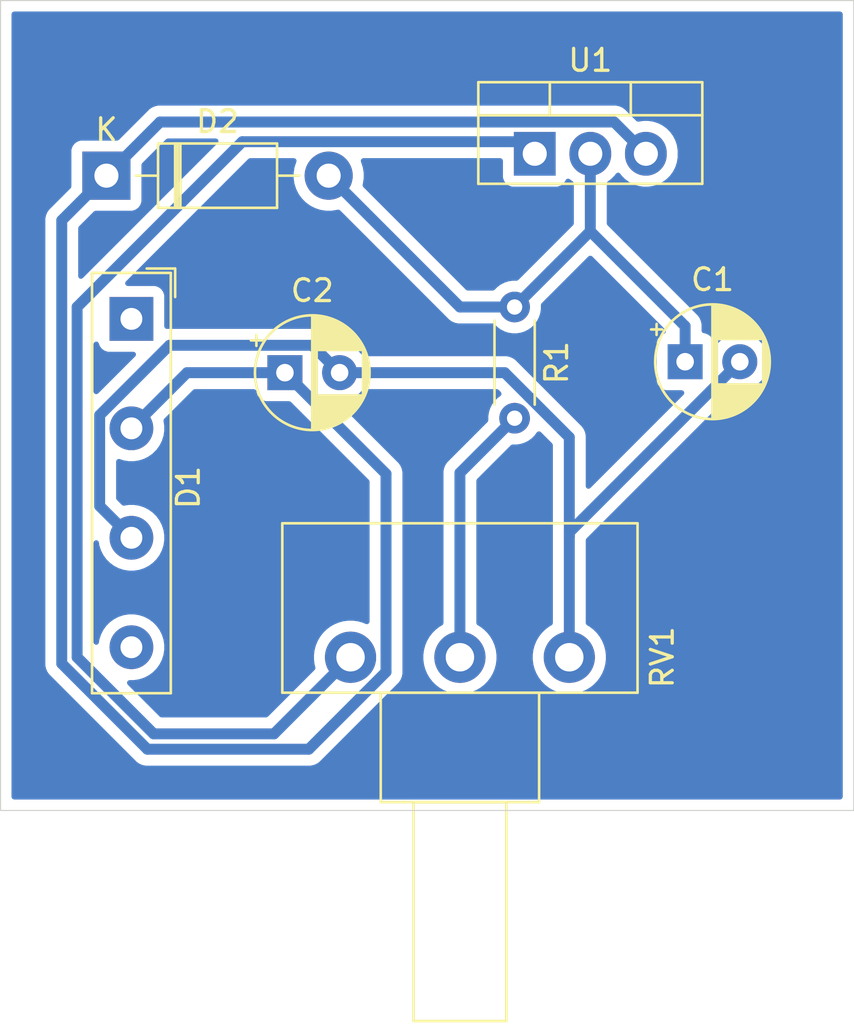
<source format=kicad_pcb>
(kicad_pcb (version 20241229) (generator "pcbnew") (generator_version "9.0")
  (layers (0 "F.Cu" signal) (2 "B.Cu" signal) (13 "F.Paste" user) (15 "B.Paste" user) (5 "F.SilkS" user "F.Silkscreen") (7 "B.SilkS" user "B.Silkscreen") (1 "F.Mask" user) (3 "B.Mask" user) (25 "Edge.Cuts" user))
  (net 0 "")
  (net 1 "Net-(D2-A)")
  (net 2 "Net-(C1-Pad2)")
  (net 3 "Net-(D2-K)")
  (net 6 "Net-(R1-Pad2)")
  (net 7 "Net-(U1-ADJ)")
  (footprint "Package_TO_SOT_THT:TO-220-3_Vertical" (layer "F.Cu") (at 127.92 81.5)
    (property "Reference" "U1" (at 2.54 -4.27 0) (layer "F.SilkS"))
    (property "Value" "LM317_TO-220")
    (fp_line (start -2.58 -3.27) (end -2.58 1.371) (stroke (width 0.12)) (layer "F.SilkS"))
    (fp_line (start -2.58 -3.27) (end 7.66 -3.27) (stroke (width 0.12)) (layer "F.SilkS"))
    (fp_line (start -2.58 -1.76) (end 7.66 -1.76) (stroke (width 0.12)) (layer "F.SilkS"))
    (fp_line (start -2.58 1.371) (end 7.66 1.371) (stroke (width 0.12)) (layer "F.SilkS"))
    (fp_line (start 0.69 -3.27) (end 0.69 -1.76) (stroke (width 0.12)) (layer "F.SilkS"))
    (fp_line (start 4.391 -3.27) (end 4.391 -1.76) (stroke (width 0.12)) (layer "F.SilkS"))
    (fp_line (start 7.66 -3.27) (end 7.66 1.371) (stroke (width 0.12)) (layer "F.SilkS"))
    (pad "1" thru_hole rect (at 0 0) (size 1.905 2) (drill 1.1) (layers "*.Cu" "*.Mask") (net 7 "Net-(U1-ADJ)"))
    (pad "2" thru_hole oval (at 2.54 0) (size 1.905 2) (drill 1.1) (layers "*.Cu" "*.Mask") (net 1 "Net-(D2-A)"))
    (pad "3" thru_hole oval (at 5.08 0) (size 1.905 2) (drill 1.1) (layers "*.Cu" "*.Mask") (net 3 "Net-(D2-K)"))
  )
  (footprint "Potentiometer_THT:Potentiometer_Piher_T-16H_Single_Horizontal" (layer "F.Cu") (at 119.5 104.5 -90)
    (property "Reference" "RV1" (at 0 -14.25 90) (layer "F.SilkS"))
    (property "Value" "R_Potentiometer")
    (fp_line (start -6.12 3.12) (end 1.62 3.12) (stroke (width 0.12)) (layer "F.SilkS"))
    (fp_line (start 1.62 -1.38) (end 6.62 -1.38) (stroke (width 0.12)) (layer "F.SilkS"))
    (fp_line (start 6.62 -2.88) (end 16.62 -2.88) (stroke (width 0.12)) (layer "F.SilkS"))
    (fp_line (start 6.62 -7.12) (end 6.62 -2.88) (stroke (width 0.12)) (layer "F.SilkS"))
    (fp_line (start 6.62 -7.12) (end 16.62 -7.12) (stroke (width 0.12)) (layer "F.SilkS"))
    (fp_line (start 16.62 -7.12) (end 16.62 -2.88) (stroke (width 0.12)) (layer "F.SilkS"))
    (fp_line (start 1.62 -8.62) (end 1.62 -1.38) (stroke (width 0.12)) (layer "F.SilkS"))
    (fp_line (start 1.62 -8.62) (end 6.62 -8.62) (stroke (width 0.12)) (layer "F.SilkS"))
    (fp_line (start 6.62 -8.62) (end 6.62 -1.38) (stroke (width 0.12)) (layer "F.SilkS"))
    (fp_line (start -6.12 -13.12) (end -6.12 3.12) (stroke (width 0.12)) (layer "F.SilkS"))
    (fp_line (start -6.12 -13.12) (end 1.62 -13.12) (stroke (width 0.12)) (layer "F.SilkS"))
    (fp_line (start 1.62 -13.12) (end 1.62 3.12) (stroke (width 0.12)) (layer "F.SilkS"))
    (pad "1" thru_hole circle (at 0 0 270) (size 2.34 2.34) (drill 1.3) (layers "*.Cu" "*.Mask") (net 7 "Net-(U1-ADJ)"))
    (pad "2" thru_hole circle (at 0 -5 270) (size 2.34 2.34) (drill 1.3) (layers "*.Cu" "*.Mask") (net 6 "Net-(R1-Pad2)"))
    (pad "3" thru_hole circle (at 0 -10 270) (size 2.34 2.34) (drill 1.3) (layers "*.Cu" "*.Mask") (net 2 "Net-(C1-Pad2)"))
  )
  (footprint "Diode_THT:D_DO-41_SOD81_P10.16mm_Horizontal" (layer "F.Cu") (at 108.34 82.5)
    (property "Reference" "D2" (at 5.08 -2.47 0) (layer "F.SilkS"))
    (property "Value" "SB130")
    (fp_line (start 1.34 0) (end 2.36 0) (stroke (width 0.12)) (layer "F.SilkS"))
    (fp_line (start 2.36 -1.47) (end 2.36 1.47) (stroke (width 0.12)) (layer "F.SilkS"))
    (fp_line (start 2.36 1.47) (end 7.8 1.47) (stroke (width 0.12)) (layer "F.SilkS"))
    (fp_line (start 3.14 -1.47) (end 3.14 1.47) (stroke (width 0.12)) (layer "F.SilkS"))
    (fp_line (start 3.26 -1.47) (end 3.26 1.47) (stroke (width 0.12)) (layer "F.SilkS"))
    (fp_line (start 3.38 -1.47) (end 3.38 1.47) (stroke (width 0.12)) (layer "F.SilkS"))
    (fp_line (start 7.8 -1.47) (end 2.36 -1.47) (stroke (width 0.12)) (layer "F.SilkS"))
    (fp_line (start 7.8 1.47) (end 7.8 -1.47) (stroke (width 0.12)) (layer "F.SilkS"))
    (fp_line (start 8.82 0) (end 7.8 0) (stroke (width 0.12)) (layer "F.SilkS"))
    (fp_text user "K" (at 0 -2.1 0) (layer "F.SilkS"))
    (pad "1" thru_hole rect (at 0 0) (size 2.2 2.2) (drill 1.1) (layers "*.Cu" "*.Mask") (net 3 "Net-(D2-K)"))
    (pad "2" thru_hole oval (at 10.16 0) (size 2.2 2.2) (drill 1.1) (layers "*.Cu" "*.Mask") (net 1 "Net-(D2-A)"))
  )
  (footprint "Capacitor_THT:CP_Radial_D5.0mm_P2.50mm" (layer "F.Cu") (at 134.794888 91)
    (property "Reference" "C1" (at 1.25 -3.75 0) (layer "F.SilkS"))
    (property "Value" "C_Polarized")
    (fp_line (start -1.554775 -1.475) (end -1.054775 -1.475) (stroke (width 0.12)) (layer "F.SilkS"))
    (fp_line (start -1.304775 -1.725) (end -1.304775 -1.225) (stroke (width 0.12)) (layer "F.SilkS"))
    (fp_line (start 1.25 -2.58) (end 1.25 2.58) (stroke (width 0.12)) (layer "F.SilkS"))
    (fp_line (start 1.29 -2.58) (end 1.29 2.58) (stroke (width 0.12)) (layer "F.SilkS"))
    (fp_line (start 1.33 -2.579) (end 1.33 2.579) (stroke (width 0.12)) (layer "F.SilkS"))
    (fp_line (start 1.37 -2.578) (end 1.37 2.578) (stroke (width 0.12)) (layer "F.SilkS"))
    (fp_line (start 1.41 -2.576) (end 1.41 2.576) (stroke (width 0.12)) (layer "F.SilkS"))
    (fp_line (start 1.45 -2.573) (end 1.45 2.573) (stroke (width 0.12)) (layer "F.SilkS"))
    (fp_line (start 1.49 -2.569) (end 1.49 -1.04) (stroke (width 0.12)) (layer "F.SilkS"))
    (fp_line (start 1.49 1.04) (end 1.49 2.569) (stroke (width 0.12)) (layer "F.SilkS"))
    (fp_line (start 1.53 -2.565) (end 1.53 -1.04) (stroke (width 0.12)) (layer "F.SilkS"))
    (fp_line (start 1.53 1.04) (end 1.53 2.565) (stroke (width 0.12)) (layer "F.SilkS"))
    (fp_line (start 1.57 -2.561) (end 1.57 -1.04) (stroke (width 0.12)) (layer "F.SilkS"))
    (fp_line (start 1.57 1.04) (end 1.57 2.561) (stroke (width 0.12)) (layer "F.SilkS"))
    (fp_line (start 1.61 -2.556) (end 1.61 -1.04) (stroke (width 0.12)) (layer "F.SilkS"))
    (fp_line (start 1.61 1.04) (end 1.61 2.556) (stroke (width 0.12)) (layer "F.SilkS"))
    (fp_line (start 1.65 -2.55) (end 1.65 -1.04) (stroke (width 0.12)) (layer "F.SilkS"))
    (fp_line (start 1.65 1.04) (end 1.65 2.55) (stroke (width 0.12)) (layer "F.SilkS"))
    (fp_line (start 1.69 -2.543) (end 1.69 -1.04) (stroke (width 0.12)) (layer "F.SilkS"))
    (fp_line (start 1.69 1.04) (end 1.69 2.543) (stroke (width 0.12)) (layer "F.SilkS"))
    (fp_line (start 1.73 -2.536) (end 1.73 -1.04) (stroke (width 0.12)) (layer "F.SilkS"))
    (fp_line (start 1.73 1.04) (end 1.73 2.536) (stroke (width 0.12)) (layer "F.SilkS"))
    (fp_line (start 1.77 -2.528) (end 1.77 -1.04) (stroke (width 0.12)) (layer "F.SilkS"))
    (fp_line (start 1.77 1.04) (end 1.77 2.528) (stroke (width 0.12)) (layer "F.SilkS"))
    (fp_line (start 1.81 -2.52) (end 1.81 -1.04) (stroke (width 0.12)) (layer "F.SilkS"))
    (fp_line (start 1.81 1.04) (end 1.81 2.52) (stroke (width 0.12)) (layer "F.SilkS"))
    (fp_line (start 1.85 -2.511) (end 1.85 -1.04) (stroke (width 0.12)) (layer "F.SilkS"))
    (fp_line (start 1.85 1.04) (end 1.85 2.511) (stroke (width 0.12)) (layer "F.SilkS"))
    (fp_line (start 1.89 -2.501) (end 1.89 -1.04) (stroke (width 0.12)) (layer "F.SilkS"))
    (fp_line (start 1.89 1.04) (end 1.89 2.501) (stroke (width 0.12)) (layer "F.SilkS"))
    (fp_line (start 1.93 -2.491) (end 1.93 -1.04) (stroke (width 0.12)) (layer "F.SilkS"))
    (fp_line (start 1.93 1.04) (end 1.93 2.491) (stroke (width 0.12)) (layer "F.SilkS"))
    (fp_line (start 1.971 -2.48) (end 1.971 -1.04) (stroke (width 0.12)) (layer "F.SilkS"))
    (fp_line (start 1.971 1.04) (end 1.971 2.48) (stroke (width 0.12)) (layer "F.SilkS"))
    (fp_line (start 2.011 -2.468) (end 2.011 -1.04) (stroke (width 0.12)) (layer "F.SilkS"))
    (fp_line (start 2.011 1.04) (end 2.011 2.468) (stroke (width 0.12)) (layer "F.SilkS"))
    (fp_line (start 2.051 -2.455) (end 2.051 -1.04) (stroke (width 0.12)) (layer "F.SilkS"))
    (fp_line (start 2.051 1.04) (end 2.051 2.455) (stroke (width 0.12)) (layer "F.SilkS"))
    (fp_line (start 2.091 -2.442) (end 2.091 -1.04) (stroke (width 0.12)) (layer "F.SilkS"))
    (fp_line (start 2.091 1.04) (end 2.091 2.442) (stroke (width 0.12)) (layer "F.SilkS"))
    (fp_line (start 2.131 -2.428) (end 2.131 -1.04) (stroke (width 0.12)) (layer "F.SilkS"))
    (fp_line (start 2.131 1.04) (end 2.131 2.428) (stroke (width 0.12)) (layer "F.SilkS"))
    (fp_line (start 2.171 -2.414) (end 2.171 -1.04) (stroke (width 0.12)) (layer "F.SilkS"))
    (fp_line (start 2.171 1.04) (end 2.171 2.414) (stroke (width 0.12)) (layer "F.SilkS"))
    (fp_line (start 2.211 -2.398) (end 2.211 -1.04) (stroke (width 0.12)) (layer "F.SilkS"))
    (fp_line (start 2.211 1.04) (end 2.211 2.398) (stroke (width 0.12)) (layer "F.SilkS"))
    (fp_line (start 2.251 -2.382) (end 2.251 -1.04) (stroke (width 0.12)) (layer "F.SilkS"))
    (fp_line (start 2.251 1.04) (end 2.251 2.382) (stroke (width 0.12)) (layer "F.SilkS"))
    (fp_line (start 2.291 -2.365) (end 2.291 -1.04) (stroke (width 0.12)) (layer "F.SilkS"))
    (fp_line (start 2.291 1.04) (end 2.291 2.365) (stroke (width 0.12)) (layer "F.SilkS"))
    (fp_line (start 2.331 -2.348) (end 2.331 -1.04) (stroke (width 0.12)) (layer "F.SilkS"))
    (fp_line (start 2.331 1.04) (end 2.331 2.348) (stroke (width 0.12)) (layer "F.SilkS"))
    (fp_line (start 2.371 -2.329) (end 2.371 -1.04) (stroke (width 0.12)) (layer "F.SilkS"))
    (fp_line (start 2.371 1.04) (end 2.371 2.329) (stroke (width 0.12)) (layer "F.SilkS"))
    (fp_line (start 2.411 -2.31) (end 2.411 -1.04) (stroke (width 0.12)) (layer "F.SilkS"))
    (fp_line (start 2.411 1.04) (end 2.411 2.31) (stroke (width 0.12)) (layer "F.SilkS"))
    (fp_line (start 2.451 -2.29) (end 2.451 -1.04) (stroke (width 0.12)) (layer "F.SilkS"))
    (fp_line (start 2.451 1.04) (end 2.451 2.29) (stroke (width 0.12)) (layer "F.SilkS"))
    (fp_line (start 2.491 -2.268) (end 2.491 -1.04) (stroke (width 0.12)) (layer "F.SilkS"))
    (fp_line (start 2.491 1.04) (end 2.491 2.268) (stroke (width 0.12)) (layer "F.SilkS"))
    (fp_line (start 2.531 -2.247) (end 2.531 -1.04) (stroke (width 0.12)) (layer "F.SilkS"))
    (fp_line (start 2.531 1.04) (end 2.531 2.247) (stroke (width 0.12)) (layer "F.SilkS"))
    (fp_line (start 2.571 -2.224) (end 2.571 -1.04) (stroke (width 0.12)) (layer "F.SilkS"))
    (fp_line (start 2.571 1.04) (end 2.571 2.224) (stroke (width 0.12)) (layer "F.SilkS"))
    (fp_line (start 2.611 -2.2) (end 2.611 -1.04) (stroke (width 0.12)) (layer "F.SilkS"))
    (fp_line (start 2.611 1.04) (end 2.611 2.2) (stroke (width 0.12)) (layer "F.SilkS"))
    (fp_line (start 2.651 -2.175) (end 2.651 -1.04) (stroke (width 0.12)) (layer "F.SilkS"))
    (fp_line (start 2.651 1.04) (end 2.651 2.175) (stroke (width 0.12)) (layer "F.SilkS"))
    (fp_line (start 2.691 -2.149) (end 2.691 -1.04) (stroke (width 0.12)) (layer "F.SilkS"))
    (fp_line (start 2.691 1.04) (end 2.691 2.149) (stroke (width 0.12)) (layer "F.SilkS"))
    (fp_line (start 2.731 -2.122) (end 2.731 -1.04) (stroke (width 0.12)) (layer "F.SilkS"))
    (fp_line (start 2.731 1.04) (end 2.731 2.122) (stroke (width 0.12)) (layer "F.SilkS"))
    (fp_line (start 2.771 -2.095) (end 2.771 -1.04) (stroke (width 0.12)) (layer "F.SilkS"))
    (fp_line (start 2.771 1.04) (end 2.771 2.095) (stroke (width 0.12)) (layer "F.SilkS"))
    (fp_line (start 2.811 -2.065) (end 2.811 -1.04) (stroke (width 0.12)) (layer "F.SilkS"))
    (fp_line (start 2.811 1.04) (end 2.811 2.065) (stroke (width 0.12)) (layer "F.SilkS"))
    (fp_line (start 2.851 -2.035) (end 2.851 -1.04) (stroke (width 0.12)) (layer "F.SilkS"))
    (fp_line (start 2.851 1.04) (end 2.851 2.035) (stroke (width 0.12)) (layer "F.SilkS"))
    (fp_line (start 2.891 -2.004) (end 2.891 -1.04) (stroke (width 0.12)) (layer "F.SilkS"))
    (fp_line (start 2.891 1.04) (end 2.891 2.004) (stroke (width 0.12)) (layer "F.SilkS"))
    (fp_line (start 2.931 -1.971) (end 2.931 -1.04) (stroke (width 0.12)) (layer "F.SilkS"))
    (fp_line (start 2.931 1.04) (end 2.931 1.971) (stroke (width 0.12)) (layer "F.SilkS"))
    (fp_line (start 2.971 -1.937) (end 2.971 -1.04) (stroke (width 0.12)) (layer "F.SilkS"))
    (fp_line (start 2.971 1.04) (end 2.971 1.937) (stroke (width 0.12)) (layer "F.SilkS"))
    (fp_line (start 3.011 -1.901) (end 3.011 -1.04) (stroke (width 0.12)) (layer "F.SilkS"))
    (fp_line (start 3.011 1.04) (end 3.011 1.901) (stroke (width 0.12)) (layer "F.SilkS"))
    (fp_line (start 3.051 -1.864) (end 3.051 -1.04) (stroke (width 0.12)) (layer "F.SilkS"))
    (fp_line (start 3.051 1.04) (end 3.051 1.864) (stroke (width 0.12)) (layer "F.SilkS"))
    (fp_line (start 3.091 -1.826) (end 3.091 -1.04) (stroke (width 0.12)) (layer "F.SilkS"))
    (fp_line (start 3.091 1.04) (end 3.091 1.826) (stroke (width 0.12)) (layer "F.SilkS"))
    (fp_line (start 3.131 -1.785) (end 3.131 -1.04) (stroke (width 0.12)) (layer "F.SilkS"))
    (fp_line (start 3.131 1.04) (end 3.131 1.785) (stroke (width 0.12)) (layer "F.SilkS"))
    (fp_line (start 3.171 -1.743) (end 3.171 -1.04) (stroke (width 0.12)) (layer "F.SilkS"))
    (fp_line (start 3.171 1.04) (end 3.171 1.743) (stroke (width 0.12)) (layer "F.SilkS"))
    (fp_line (start 3.211 -1.699) (end 3.211 -1.04) (stroke (width 0.12)) (layer "F.SilkS"))
    (fp_line (start 3.211 1.04) (end 3.211 1.699) (stroke (width 0.12)) (layer "F.SilkS"))
    (fp_line (start 3.251 -1.653) (end 3.251 -1.04) (stroke (width 0.12)) (layer "F.SilkS"))
    (fp_line (start 3.251 1.04) (end 3.251 1.653) (stroke (width 0.12)) (layer "F.SilkS"))
    (fp_line (start 3.291 -1.605) (end 3.291 -1.04) (stroke (width 0.12)) (layer "F.SilkS"))
    (fp_line (start 3.291 1.04) (end 3.291 1.605) (stroke (width 0.12)) (layer "F.SilkS"))
    (fp_line (start 3.331 -1.554) (end 3.331 -1.04) (stroke (width 0.12)) (layer "F.SilkS"))
    (fp_line (start 3.331 1.04) (end 3.331 1.554) (stroke (width 0.12)) (layer "F.SilkS"))
    (fp_line (start 3.371 -1.5) (end 3.371 -1.04) (stroke (width 0.12)) (layer "F.SilkS"))
    (fp_line (start 3.371 1.04) (end 3.371 1.5) (stroke (width 0.12)) (layer "F.SilkS"))
    (fp_line (start 3.411 -1.443) (end 3.411 -1.04) (stroke (width 0.12)) (layer "F.SilkS"))
    (fp_line (start 3.411 1.04) (end 3.411 1.443) (stroke (width 0.12)) (layer "F.SilkS"))
    (fp_line (start 3.451 -1.383) (end 3.451 -1.04) (stroke (width 0.12)) (layer "F.SilkS"))
    (fp_line (start 3.451 1.04) (end 3.451 1.383) (stroke (width 0.12)) (layer "F.SilkS"))
    (fp_line (start 3.491 -1.319) (end 3.491 -1.04) (stroke (width 0.12)) (layer "F.SilkS"))
    (fp_line (start 3.491 1.04) (end 3.491 1.319) (stroke (width 0.12)) (layer "F.SilkS"))
    (fp_line (start 3.531 -1.251) (end 3.531 -1.04) (stroke (width 0.12)) (layer "F.SilkS"))
    (fp_line (start 3.531 1.04) (end 3.531 1.251) (stroke (width 0.12)) (layer "F.SilkS"))
    (fp_line (start 3.571 -1.178) (end 3.571 1.178) (stroke (width 0.12)) (layer "F.SilkS"))
    (fp_line (start 3.611 -1.098) (end 3.611 1.098) (stroke (width 0.12)) (layer "F.SilkS"))
    (fp_line (start 3.651 -1.011) (end 3.651 1.011) (stroke (width 0.12)) (layer "F.SilkS"))
    (fp_line (start 3.691 -0.915) (end 3.691 0.915) (stroke (width 0.12)) (layer "F.SilkS"))
    (fp_line (start 3.731 -0.805) (end 3.731 0.805) (stroke (width 0.12)) (layer "F.SilkS"))
    (fp_line (start 3.771 -0.677) (end 3.771 0.677) (stroke (width 0.12)) (layer "F.SilkS"))
    (fp_line (start 3.811 -0.518) (end 3.811 0.518) (stroke (width 0.12)) (layer "F.SilkS"))
    (fp_line (start 3.851 -0.284) (end 3.851 0.284) (stroke (width 0.12)) (layer "F.SilkS"))
    (fp_circle (center 1.25 0) (end 3.87 0) (stroke (width 0.12)) (fill no) (layer "F.SilkS"))
    (pad "1" thru_hole rect (at 0 0) (size 1.6 1.6) (drill 0.8) (layers "*.Cu" "*.Mask") (net 1 "Net-(D2-A)"))
    (pad "2" thru_hole circle (at 2.5 0) (size 1.6 1.6) (drill 0.8) (layers "*.Cu" "*.Mask") (net 2 "Net-(C1-Pad2)"))
  )
  (footprint "Capacitor_THT:CP_Radial_D5.0mm_P2.50mm" (layer "F.Cu") (at 116.5 91.5)
    (property "Reference" "C2" (at 1.25 -3.75 0) (layer "F.SilkS"))
    (property "Value" "C_Polarized")
    (fp_line (start -1.554775 -1.475) (end -1.054775 -1.475) (stroke (width 0.12)) (layer "F.SilkS"))
    (fp_line (start -1.304775 -1.725) (end -1.304775 -1.225) (stroke (width 0.12)) (layer "F.SilkS"))
    (fp_line (start 1.25 -2.58) (end 1.25 2.58) (stroke (width 0.12)) (layer "F.SilkS"))
    (fp_line (start 1.29 -2.58) (end 1.29 2.58) (stroke (width 0.12)) (layer "F.SilkS"))
    (fp_line (start 1.33 -2.579) (end 1.33 2.579) (stroke (width 0.12)) (layer "F.SilkS"))
    (fp_line (start 1.37 -2.578) (end 1.37 2.578) (stroke (width 0.12)) (layer "F.SilkS"))
    (fp_line (start 1.41 -2.576) (end 1.41 2.576) (stroke (width 0.12)) (layer "F.SilkS"))
    (fp_line (start 1.45 -2.573) (end 1.45 2.573) (stroke (width 0.12)) (layer "F.SilkS"))
    (fp_line (start 1.49 -2.569) (end 1.49 -1.04) (stroke (width 0.12)) (layer "F.SilkS"))
    (fp_line (start 1.49 1.04) (end 1.49 2.569) (stroke (width 0.12)) (layer "F.SilkS"))
    (fp_line (start 1.53 -2.565) (end 1.53 -1.04) (stroke (width 0.12)) (layer "F.SilkS"))
    (fp_line (start 1.53 1.04) (end 1.53 2.565) (stroke (width 0.12)) (layer "F.SilkS"))
    (fp_line (start 1.57 -2.561) (end 1.57 -1.04) (stroke (width 0.12)) (layer "F.SilkS"))
    (fp_line (start 1.57 1.04) (end 1.57 2.561) (stroke (width 0.12)) (layer "F.SilkS"))
    (fp_line (start 1.61 -2.556) (end 1.61 -1.04) (stroke (width 0.12)) (layer "F.SilkS"))
    (fp_line (start 1.61 1.04) (end 1.61 2.556) (stroke (width 0.12)) (layer "F.SilkS"))
    (fp_line (start 1.65 -2.55) (end 1.65 -1.04) (stroke (width 0.12)) (layer "F.SilkS"))
    (fp_line (start 1.65 1.04) (end 1.65 2.55) (stroke (width 0.12)) (layer "F.SilkS"))
    (fp_line (start 1.69 -2.543) (end 1.69 -1.04) (stroke (width 0.12)) (layer "F.SilkS"))
    (fp_line (start 1.69 1.04) (end 1.69 2.543) (stroke (width 0.12)) (layer "F.SilkS"))
    (fp_line (start 1.73 -2.536) (end 1.73 -1.04) (stroke (width 0.12)) (layer "F.SilkS"))
    (fp_line (start 1.73 1.04) (end 1.73 2.536) (stroke (width 0.12)) (layer "F.SilkS"))
    (fp_line (start 1.77 -2.528) (end 1.77 -1.04) (stroke (width 0.12)) (layer "F.SilkS"))
    (fp_line (start 1.77 1.04) (end 1.77 2.528) (stroke (width 0.12)) (layer "F.SilkS"))
    (fp_line (start 1.81 -2.52) (end 1.81 -1.04) (stroke (width 0.12)) (layer "F.SilkS"))
    (fp_line (start 1.81 1.04) (end 1.81 2.52) (stroke (width 0.12)) (layer "F.SilkS"))
    (fp_line (start 1.85 -2.511) (end 1.85 -1.04) (stroke (width 0.12)) (layer "F.SilkS"))
    (fp_line (start 1.85 1.04) (end 1.85 2.511) (stroke (width 0.12)) (layer "F.SilkS"))
    (fp_line (start 1.89 -2.501) (end 1.89 -1.04) (stroke (width 0.12)) (layer "F.SilkS"))
    (fp_line (start 1.89 1.04) (end 1.89 2.501) (stroke (width 0.12)) (layer "F.SilkS"))
    (fp_line (start 1.93 -2.491) (end 1.93 -1.04) (stroke (width 0.12)) (layer "F.SilkS"))
    (fp_line (start 1.93 1.04) (end 1.93 2.491) (stroke (width 0.12)) (layer "F.SilkS"))
    (fp_line (start 1.971 -2.48) (end 1.971 -1.04) (stroke (width 0.12)) (layer "F.SilkS"))
    (fp_line (start 1.971 1.04) (end 1.971 2.48) (stroke (width 0.12)) (layer "F.SilkS"))
    (fp_line (start 2.011 -2.468) (end 2.011 -1.04) (stroke (width 0.12)) (layer "F.SilkS"))
    (fp_line (start 2.011 1.04) (end 2.011 2.468) (stroke (width 0.12)) (layer "F.SilkS"))
    (fp_line (start 2.051 -2.455) (end 2.051 -1.04) (stroke (width 0.12)) (layer "F.SilkS"))
    (fp_line (start 2.051 1.04) (end 2.051 2.455) (stroke (width 0.12)) (layer "F.SilkS"))
    (fp_line (start 2.091 -2.442) (end 2.091 -1.04) (stroke (width 0.12)) (layer "F.SilkS"))
    (fp_line (start 2.091 1.04) (end 2.091 2.442) (stroke (width 0.12)) (layer "F.SilkS"))
    (fp_line (start 2.131 -2.428) (end 2.131 -1.04) (stroke (width 0.12)) (layer "F.SilkS"))
    (fp_line (start 2.131 1.04) (end 2.131 2.428) (stroke (width 0.12)) (layer "F.SilkS"))
    (fp_line (start 2.171 -2.414) (end 2.171 -1.04) (stroke (width 0.12)) (layer "F.SilkS"))
    (fp_line (start 2.171 1.04) (end 2.171 2.414) (stroke (width 0.12)) (layer "F.SilkS"))
    (fp_line (start 2.211 -2.398) (end 2.211 -1.04) (stroke (width 0.12)) (layer "F.SilkS"))
    (fp_line (start 2.211 1.04) (end 2.211 2.398) (stroke (width 0.12)) (layer "F.SilkS"))
    (fp_line (start 2.251 -2.382) (end 2.251 -1.04) (stroke (width 0.12)) (layer "F.SilkS"))
    (fp_line (start 2.251 1.04) (end 2.251 2.382) (stroke (width 0.12)) (layer "F.SilkS"))
    (fp_line (start 2.291 -2.365) (end 2.291 -1.04) (stroke (width 0.12)) (layer "F.SilkS"))
    (fp_line (start 2.291 1.04) (end 2.291 2.365) (stroke (width 0.12)) (layer "F.SilkS"))
    (fp_line (start 2.331 -2.348) (end 2.331 -1.04) (stroke (width 0.12)) (layer "F.SilkS"))
    (fp_line (start 2.331 1.04) (end 2.331 2.348) (stroke (width 0.12)) (layer "F.SilkS"))
    (fp_line (start 2.371 -2.329) (end 2.371 -1.04) (stroke (width 0.12)) (layer "F.SilkS"))
    (fp_line (start 2.371 1.04) (end 2.371 2.329) (stroke (width 0.12)) (layer "F.SilkS"))
    (fp_line (start 2.411 -2.31) (end 2.411 -1.04) (stroke (width 0.12)) (layer "F.SilkS"))
    (fp_line (start 2.411 1.04) (end 2.411 2.31) (stroke (width 0.12)) (layer "F.SilkS"))
    (fp_line (start 2.451 -2.29) (end 2.451 -1.04) (stroke (width 0.12)) (layer "F.SilkS"))
    (fp_line (start 2.451 1.04) (end 2.451 2.29) (stroke (width 0.12)) (layer "F.SilkS"))
    (fp_line (start 2.491 -2.268) (end 2.491 -1.04) (stroke (width 0.12)) (layer "F.SilkS"))
    (fp_line (start 2.491 1.04) (end 2.491 2.268) (stroke (width 0.12)) (layer "F.SilkS"))
    (fp_line (start 2.531 -2.247) (end 2.531 -1.04) (stroke (width 0.12)) (layer "F.SilkS"))
    (fp_line (start 2.531 1.04) (end 2.531 2.247) (stroke (width 0.12)) (layer "F.SilkS"))
    (fp_line (start 2.571 -2.224) (end 2.571 -1.04) (stroke (width 0.12)) (layer "F.SilkS"))
    (fp_line (start 2.571 1.04) (end 2.571 2.224) (stroke (width 0.12)) (layer "F.SilkS"))
    (fp_line (start 2.611 -2.2) (end 2.611 -1.04) (stroke (width 0.12)) (layer "F.SilkS"))
    (fp_line (start 2.611 1.04) (end 2.611 2.2) (stroke (width 0.12)) (layer "F.SilkS"))
    (fp_line (start 2.651 -2.175) (end 2.651 -1.04) (stroke (width 0.12)) (layer "F.SilkS"))
    (fp_line (start 2.651 1.04) (end 2.651 2.175) (stroke (width 0.12)) (layer "F.SilkS"))
    (fp_line (start 2.691 -2.149) (end 2.691 -1.04) (stroke (width 0.12)) (layer "F.SilkS"))
    (fp_line (start 2.691 1.04) (end 2.691 2.149) (stroke (width 0.12)) (layer "F.SilkS"))
    (fp_line (start 2.731 -2.122) (end 2.731 -1.04) (stroke (width 0.12)) (layer "F.SilkS"))
    (fp_line (start 2.731 1.04) (end 2.731 2.122) (stroke (width 0.12)) (layer "F.SilkS"))
    (fp_line (start 2.771 -2.095) (end 2.771 -1.04) (stroke (width 0.12)) (layer "F.SilkS"))
    (fp_line (start 2.771 1.04) (end 2.771 2.095) (stroke (width 0.12)) (layer "F.SilkS"))
    (fp_line (start 2.811 -2.065) (end 2.811 -1.04) (stroke (width 0.12)) (layer "F.SilkS"))
    (fp_line (start 2.811 1.04) (end 2.811 2.065) (stroke (width 0.12)) (layer "F.SilkS"))
    (fp_line (start 2.851 -2.035) (end 2.851 -1.04) (stroke (width 0.12)) (layer "F.SilkS"))
    (fp_line (start 2.851 1.04) (end 2.851 2.035) (stroke (width 0.12)) (layer "F.SilkS"))
    (fp_line (start 2.891 -2.004) (end 2.891 -1.04) (stroke (width 0.12)) (layer "F.SilkS"))
    (fp_line (start 2.891 1.04) (end 2.891 2.004) (stroke (width 0.12)) (layer "F.SilkS"))
    (fp_line (start 2.931 -1.971) (end 2.931 -1.04) (stroke (width 0.12)) (layer "F.SilkS"))
    (fp_line (start 2.931 1.04) (end 2.931 1.971) (stroke (width 0.12)) (layer "F.SilkS"))
    (fp_line (start 2.971 -1.937) (end 2.971 -1.04) (stroke (width 0.12)) (layer "F.SilkS"))
    (fp_line (start 2.971 1.04) (end 2.971 1.937) (stroke (width 0.12)) (layer "F.SilkS"))
    (fp_line (start 3.011 -1.901) (end 3.011 -1.04) (stroke (width 0.12)) (layer "F.SilkS"))
    (fp_line (start 3.011 1.04) (end 3.011 1.901) (stroke (width 0.12)) (layer "F.SilkS"))
    (fp_line (start 3.051 -1.864) (end 3.051 -1.04) (stroke (width 0.12)) (layer "F.SilkS"))
    (fp_line (start 3.051 1.04) (end 3.051 1.864) (stroke (width 0.12)) (layer "F.SilkS"))
    (fp_line (start 3.091 -1.826) (end 3.091 -1.04) (stroke (width 0.12)) (layer "F.SilkS"))
    (fp_line (start 3.091 1.04) (end 3.091 1.826) (stroke (width 0.12)) (layer "F.SilkS"))
    (fp_line (start 3.131 -1.785) (end 3.131 -1.04) (stroke (width 0.12)) (layer "F.SilkS"))
    (fp_line (start 3.131 1.04) (end 3.131 1.785) (stroke (width 0.12)) (layer "F.SilkS"))
    (fp_line (start 3.171 -1.743) (end 3.171 -1.04) (stroke (width 0.12)) (layer "F.SilkS"))
    (fp_line (start 3.171 1.04) (end 3.171 1.743) (stroke (width 0.12)) (layer "F.SilkS"))
    (fp_line (start 3.211 -1.699) (end 3.211 -1.04) (stroke (width 0.12)) (layer "F.SilkS"))
    (fp_line (start 3.211 1.04) (end 3.211 1.699) (stroke (width 0.12)) (layer "F.SilkS"))
    (fp_line (start 3.251 -1.653) (end 3.251 -1.04) (stroke (width 0.12)) (layer "F.SilkS"))
    (fp_line (start 3.251 1.04) (end 3.251 1.653) (stroke (width 0.12)) (layer "F.SilkS"))
    (fp_line (start 3.291 -1.605) (end 3.291 -1.04) (stroke (width 0.12)) (layer "F.SilkS"))
    (fp_line (start 3.291 1.04) (end 3.291 1.605) (stroke (width 0.12)) (layer "F.SilkS"))
    (fp_line (start 3.331 -1.554) (end 3.331 -1.04) (stroke (width 0.12)) (layer "F.SilkS"))
    (fp_line (start 3.331 1.04) (end 3.331 1.554) (stroke (width 0.12)) (layer "F.SilkS"))
    (fp_line (start 3.371 -1.5) (end 3.371 -1.04) (stroke (width 0.12)) (layer "F.SilkS"))
    (fp_line (start 3.371 1.04) (end 3.371 1.5) (stroke (width 0.12)) (layer "F.SilkS"))
    (fp_line (start 3.411 -1.443) (end 3.411 -1.04) (stroke (width 0.12)) (layer "F.SilkS"))
    (fp_line (start 3.411 1.04) (end 3.411 1.443) (stroke (width 0.12)) (layer "F.SilkS"))
    (fp_line (start 3.451 -1.383) (end 3.451 -1.04) (stroke (width 0.12)) (layer "F.SilkS"))
    (fp_line (start 3.451 1.04) (end 3.451 1.383) (stroke (width 0.12)) (layer "F.SilkS"))
    (fp_line (start 3.491 -1.319) (end 3.491 -1.04) (stroke (width 0.12)) (layer "F.SilkS"))
    (fp_line (start 3.491 1.04) (end 3.491 1.319) (stroke (width 0.12)) (layer "F.SilkS"))
    (fp_line (start 3.531 -1.251) (end 3.531 -1.04) (stroke (width 0.12)) (layer "F.SilkS"))
    (fp_line (start 3.531 1.04) (end 3.531 1.251) (stroke (width 0.12)) (layer "F.SilkS"))
    (fp_line (start 3.571 -1.178) (end 3.571 1.178) (stroke (width 0.12)) (layer "F.SilkS"))
    (fp_line (start 3.611 -1.098) (end 3.611 1.098) (stroke (width 0.12)) (layer "F.SilkS"))
    (fp_line (start 3.651 -1.011) (end 3.651 1.011) (stroke (width 0.12)) (layer "F.SilkS"))
    (fp_line (start 3.691 -0.915) (end 3.691 0.915) (stroke (width 0.12)) (layer "F.SilkS"))
    (fp_line (start 3.731 -0.805) (end 3.731 0.805) (stroke (width 0.12)) (layer "F.SilkS"))
    (fp_line (start 3.771 -0.677) (end 3.771 0.677) (stroke (width 0.12)) (layer "F.SilkS"))
    (fp_line (start 3.811 -0.518) (end 3.811 0.518) (stroke (width 0.12)) (layer "F.SilkS"))
    (fp_line (start 3.851 -0.284) (end 3.851 0.284) (stroke (width 0.12)) (layer "F.SilkS"))
    (fp_circle (center 1.25 0) (end 3.87 0) (stroke (width 0.12)) (fill no) (layer "F.SilkS"))
    (pad "1" thru_hole rect (at 0 0) (size 1.6 1.6) (drill 0.8) (layers "*.Cu" "*.Mask") (net 3 "Net-(D2-K)"))
    (pad "2" thru_hole circle (at 2.5 0) (size 1.6 1.6) (drill 0.8) (layers "*.Cu" "*.Mask") (net 2 "Net-(C1-Pad2)"))
  )
  (footprint "Diode_THT:Diode_Bridge_19.0x3.5x10.0mm_P5.0mm" (layer "F.Cu") (at 109.4825 89.0425 -90)
    (property "Reference" "D1" (at 7.7 -2.6 90) (layer "F.SilkS"))
    (property "Value" "B40C2300-1500A")
    (fp_line (start -2.1 1.8) (end -2.1 -1.8) (stroke (width 0.12)) (layer "F.SilkS"))
    (fp_line (start 17.1 1.8) (end -2.1 1.8) (stroke (width 0.12)) (layer "F.SilkS"))
    (fp_line (start -2.3 -0.7) (end -2.3 -2) (stroke (width 0.12)) (layer "F.SilkS"))
    (fp_line (start -2.1 -1.8) (end 17.1 -1.8) (stroke (width 0.12)) (layer "F.SilkS"))
    (fp_line (start 17.1 -1.8) (end 17.1 1.8) (stroke (width 0.12)) (layer "F.SilkS"))
    (fp_line (start -2.3 -2) (end -1 -2) (stroke (width 0.12)) (layer "F.SilkS"))
    (pad "1" thru_hole rect (at 0 0 270) (size 2 2) (drill 1) (layers "*.Cu" "*.Mask"))
    (pad "2" thru_hole circle (at 5 0 270) (size 2 2) (drill 1) (layers "*.Cu" "*.Mask") (net 3 "Net-(D2-K)"))
    (pad "3" thru_hole circle (at 10 0 270) (size 2 2) (drill 1) (layers "*.Cu" "*.Mask") (net 2 "Net-(C1-Pad2)"))
    (pad "4" thru_hole circle (at 15 0 270) (size 2 2) (drill 1) (layers "*.Cu" "*.Mask"))
  )
  (footprint "Resistor_THT:R_Axial_DIN0204_L3.6mm_D1.6mm_P5.08mm_Horizontal" (layer "F.Cu") (at 127 88.5 -90)
    (property "Reference" "R1" (at 2.54 -1.92 90) (layer "F.SilkS"))
    (property "Value" "R")
    (fp_line (start 0.62 0.92) (end 4.46 0.92) (stroke (width 0.12)) (layer "F.SilkS"))
    (fp_line (start 0.62 -0.92) (end 4.46 -0.92) (stroke (width 0.12)) (layer "F.SilkS"))
    (pad "1" thru_hole circle (at 0 0 270) (size 1.4 1.4) (drill 0.7) (layers "*.Cu" "*.Mask") (net 1 "Net-(D2-A)"))
    (pad "2" thru_hole oval (at 5.08 0 270) (size 1.4 1.4) (drill 0.7) (layers "*.Cu" "*.Mask") (net 6 "Net-(R1-Pad2)"))
  )
  (gr_rect (start 103.5 74.5) (end 142.5 111.5) (stroke (width 0.05)) (fill no) (layer "Edge.Cuts"))
  (segment (start 134.794888 89.374888) (end 130.46 85.04) (width 0.5) (layer "B.Cu") (net 1))
  (segment (start 130.46 85.04) (end 130.46 81.5) (width 0.5) (layer "B.Cu") (net 1))
  (segment (start 118.5 82.5) (end 124.5 88.5) (width 0.5) (layer "B.Cu") (net 1))
  (segment (start 124.5 88.5) (end 127 88.5) (width 0.5) (layer "B.Cu") (net 1))
  (segment (start 134.794888 91) (end 134.794888 89.374888) (width 0.5) (layer "B.Cu") (net 1))
  (segment (start 127 88.5) (end 130.46 85.04) (width 0.5) (layer "B.Cu") (net 1))
  (segment (start 117.749 90.249) (end 111.223976 90.249) (width 0.5) (layer "B.Cu") (net 2))
  (segment (start 119 91.5) (end 117.749 90.249) (width 0.5) (layer "B.Cu") (net 2))
  (segment (start 129.5 94.45224) (end 129.5 99) (width 0.5) (layer "B.Cu") (net 2))
  (segment (start 108.0315 97.5915) (end 109.4825 99.0425) (width 0.5) (layer "B.Cu") (net 2))
  (segment (start 111.223976 90.249) (end 108.0315 93.441476) (width 0.5) (layer "B.Cu") (net 2))
  (segment (start 129.5 98.794888) (end 137.294888 91) (width 0.5) (layer "B.Cu") (net 2))
  (segment (start 129.5 104.5) (end 129.5 99) (width 0.5) (layer "B.Cu") (net 2))
  (segment (start 129.5 99) (end 129.5 98.794888) (width 0.5) (layer "B.Cu") (net 2))
  (segment (start 108.0315 93.441476) (end 108.0315 97.5915) (width 0.5) (layer "B.Cu") (net 2))
  (segment (start 126.54776 91.5) (end 129.5 94.45224) (width 0.5) (layer "B.Cu") (net 2))
  (segment (start 119 91.5) (end 126.54776 91.5) (width 0.5) (layer "B.Cu") (net 2))
  (segment (start 112.025 91.5) (end 109.4825 94.0425) (width 0.5) (layer "B.Cu") (net 3))
  (segment (start 121.121 105.171441) (end 117.591441 108.701) (width 0.5) (layer "B.Cu") (net 3))
  (segment (start 116.5 91.5) (end 112.025 91.5) (width 0.5) (layer "B.Cu") (net 3))
  (segment (start 110.791 80.049) (end 108.34 82.5) (width 0.5) (layer "B.Cu") (net 3))
  (segment (start 117.591441 108.701) (end 110.209636 108.701) (width 0.5) (layer "B.Cu") (net 3))
  (segment (start 121.121 96.121) (end 121.121 105.171441) (width 0.5) (layer "B.Cu") (net 3))
  (segment (start 116.5 91.5) (end 121.121 96.121) (width 0.5) (layer "B.Cu") (net 3))
  (segment (start 110.791 80.049) (end 131.549 80.049) (width 0.5) (layer "B.Cu") (net 3))
  (segment (start 110.209636 108.701) (end 106.299 104.790364) (width 0.5) (layer "B.Cu") (net 3))
  (segment (start 106.299 104.790364) (end 106.299 84.541) (width 0.5) (layer "B.Cu") (net 3))
  (segment (start 106.299 84.541) (end 108.34 82.5) (width 0.5) (layer "B.Cu") (net 3))
  (segment (start 131.549 80.049) (end 133 81.5) (width 0.5) (layer "B.Cu") (net 3))
  (segment (start 124.5 96.08) (end 127 93.58) (width 0.5) (layer "B.Cu") (net 6))
  (segment (start 124.5 104.5) (end 124.5 96.08) (width 0.5) (layer "B.Cu") (net 6))
  (segment (start 119.5 104.5) (end 116 108) (width 0.5) (layer "B.Cu") (net 7))
  (segment (start 116 108) (end 110.5 108) (width 0.5) (layer "B.Cu") (net 7))
  (segment (start 127.369 80.949) (end 127.92 81.5) (width 0.5) (layer "B.Cu") (net 7))
  (segment (start 107 104.5) (end 107 88.5) (width 0.5) (layer "B.Cu") (net 7))
  (segment (start 107 88.5) (end 114.551 80.949) (width 0.5) (layer "B.Cu") (net 7))
  (segment (start 114.551 80.949) (end 127.369 80.949) (width 0.5) (layer "B.Cu") (net 7))
  (segment (start 110.5 108) (end 107 104.5) (width 0.5) (layer "B.Cu") (net 7))
  (zone (net 0) (net_name "") (layer "B.Cu") (connect_pads (clearance 0.5)) (min_thickness 0.25) (fill yes (thermal_gap 0.5) (thermal_bridge_width 0.5) (island_removal_mode 1) (island_area_min 10))
    (polygon (pts (xy 142.5 74.5) (xy 103.5 74.5) (xy 103.5 111.5) (xy 142.5 111.5)))
  )
)
</source>
